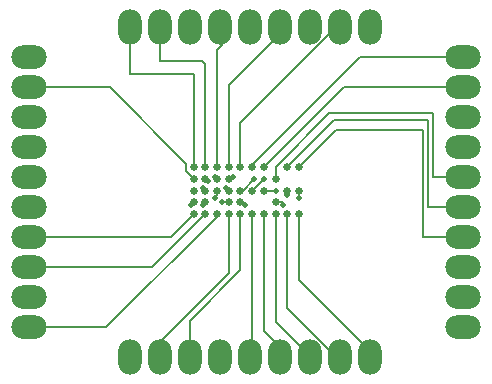
<source format=gbr>
G04 DipTrace 3.3.1.3*
G04 Top.gbr*
%MOIN*%
G04 #@! TF.FileFunction,Copper,L1,Top*
G04 #@! TF.Part,Single*
G04 #@! TA.AperFunction,Conductor*
%ADD13C,0.006*%
G04 #@! TA.AperFunction,ComponentPad*
%ADD15O,0.07874X0.11811*%
%ADD16O,0.11811X0.07874*%
%ADD17C,0.025591*%
G04 #@! TA.AperFunction,ViaPad*
%ADD18C,0.02*%
%FSLAX26Y26*%
G04*
G70*
G90*
G75*
G01*
G04 Top*
%LPD*%
X814039Y1635886D2*
D13*
X1082763D1*
X1337451Y1381199D1*
Y1356199D1*
X1364014Y1329636D1*
X1360886D1*
X1148426Y1837486D2*
Y1681199D1*
X1360886D1*
Y1368699D1*
X1407763Y1321823D2*
X1409175D1*
X1411657Y1319342D1*
X1399952D1*
Y1329637D1*
X1248426Y1837486D2*
Y1722445D1*
X1389948D1*
X1399949Y1712444D1*
Y1368699D1*
X1431201Y1337449D2*
X1433112D1*
X1439014Y1331548D1*
Y1329637D1*
X1448426Y1837449D2*
X1454638D1*
Y1774948D1*
X1438399Y1758709D1*
X1439014D1*
Y1368699D1*
X1493701Y1337449D2*
X1485889Y1329637D1*
X1478077D1*
X1648426Y1837486D2*
Y1812486D1*
X1478077Y1642137D1*
Y1368699D1*
X2259377Y1735886D2*
X1915577D1*
X1556201Y1376511D1*
Y1368699D1*
X1848426Y1837486D2*
X1837489D1*
X1517138Y1517136D1*
Y1368699D1*
X1431201Y1267137D2*
X1439014Y1274949D1*
Y1290574D1*
X1360886D2*
D3*
X1353077Y1243699D2*
X1360886Y1251510D1*
Y1251511D1*
X814014Y1135886D2*
X1284323D1*
X1360886Y1212449D1*
X1392138Y1243699D2*
X1399949Y1251510D1*
Y1251511D1*
X814014Y1035886D2*
X1223386D1*
X1399949Y1212449D1*
X1439014D2*
Y1204637D1*
X1070263Y835886D1*
X814014D1*
X1470263Y1298386D2*
X1472172D1*
X1478075Y1292483D1*
Y1290574D1*
X1564014Y1329636D2*
X1524951Y1290574D1*
X1517138D1*
X2259377Y1635886D2*
X1862452D1*
X1603077Y1376511D1*
X1595263D1*
Y1368699D1*
Y1329636D2*
X1556201Y1290574D1*
X1248426Y735886D2*
Y787487D1*
X1478075Y1017137D1*
Y1212449D1*
X1454638Y1251511D2*
X1478075D1*
X1517138Y1212449D2*
Y1024949D1*
X1348426Y856237D1*
Y735886D1*
X1532763Y1243699D2*
X1524952Y1251511D1*
X1517138D1*
X1634327Y1329636D2*
Y1368700D1*
X1814014Y1548386D1*
X2157763D1*
Y1335886D1*
X2259377D1*
Y1235886D2*
X2142138D1*
Y1524949D1*
X1829640D1*
X1673389Y1368699D1*
X2259377Y1135886D2*
X2126514D1*
Y1493699D1*
X1837451D1*
X1712451Y1368699D1*
X1673389Y1274949D2*
Y1290574D1*
X1712451Y1267137D2*
X1712452Y1290574D1*
X1948426Y735886D2*
Y757724D1*
X1712451Y993699D1*
Y1212449D1*
X1634326Y1251511D2*
X1657763D1*
Y1243699D1*
X1848426Y735886D2*
X1837451D1*
X1673389Y899948D1*
Y1212449D1*
X1748426Y735886D2*
Y738974D1*
X1634326Y853074D1*
Y1212449D1*
X1648426Y735886D2*
X1681201D1*
X1595264Y821823D1*
Y1212449D1*
X1392138Y1298386D2*
Y1300294D1*
X1399949Y1292483D1*
Y1290574D1*
X1548426Y735886D2*
X1556201D1*
Y1212449D1*
X1634326Y1290574D2*
X1595264D1*
D18*
X1360886D3*
X1407763Y1321823D3*
X1431201Y1337449D3*
X1493701D3*
X1353077Y1243699D3*
X1392138D3*
X1470263Y1298386D3*
X1564014Y1329636D3*
X1595263D3*
X1431201Y1267137D3*
X1454638Y1251511D3*
X1532763Y1243699D3*
X1673389Y1274949D3*
X1712451Y1267137D3*
X1657763Y1243699D3*
X1392138Y1298386D3*
X1634326Y1290574D3*
D15*
X1848426Y735886D3*
X1748426D3*
X1648426D3*
X1548426Y1837486D3*
X1948426D3*
D16*
X2259377Y1635886D3*
Y1535886D3*
D15*
X1448426Y735886D3*
D16*
X2259377Y1735886D3*
D15*
X1748426Y1837486D3*
X1348426D3*
D16*
X814039Y1735886D3*
Y1635886D3*
D15*
X1148426Y735886D3*
X1548426D3*
X1348426D3*
X1248426D3*
D16*
X814014Y935886D3*
Y835886D3*
Y1035886D3*
Y1235886D3*
Y1135886D3*
Y1335886D3*
X814039Y1435886D3*
Y1535886D3*
D17*
X1360886Y1368699D3*
X1399949D3*
X1439014D3*
D16*
X2259377Y1435886D3*
D17*
X1517138Y1368699D3*
X1478077D3*
X1360886Y1329636D3*
X1399952Y1329637D3*
X1439014D3*
D16*
X2259377Y1335886D3*
Y1235886D3*
D17*
X1478077Y1329637D3*
D16*
X2259377Y1135886D3*
D17*
X1360886Y1290574D3*
D16*
X2259377Y935886D3*
D17*
X1399949Y1290574D3*
D16*
X2259377Y1035886D3*
D17*
X1439014Y1290574D3*
D16*
X2259377Y835886D3*
D17*
X1517138Y1290574D3*
D15*
X1948426Y735886D3*
D17*
X1478075Y1290574D3*
X1360886Y1251511D3*
X1399949D3*
X1517138D3*
X1478075D3*
X1360886Y1212449D3*
X1399949D3*
X1439014D3*
D15*
X1848426Y1837486D3*
D17*
X1517138Y1212449D3*
D15*
X1648426Y1837486D3*
D17*
X1478075Y1212449D3*
D15*
X1448426Y1837449D3*
D17*
X1556201Y1368699D3*
D15*
X1248426Y1837486D3*
D17*
X1595263Y1368699D3*
D15*
X1148426Y1837486D3*
D17*
X1712451Y1368699D3*
X1673389D3*
X1634327Y1329636D3*
X1556201Y1290574D3*
X1595264D3*
X1712452D3*
X1673389D3*
X1634326Y1251511D3*
X1556201Y1212449D3*
X1595264D3*
X1634326D3*
X1712451D3*
X1673389D3*
M02*

</source>
